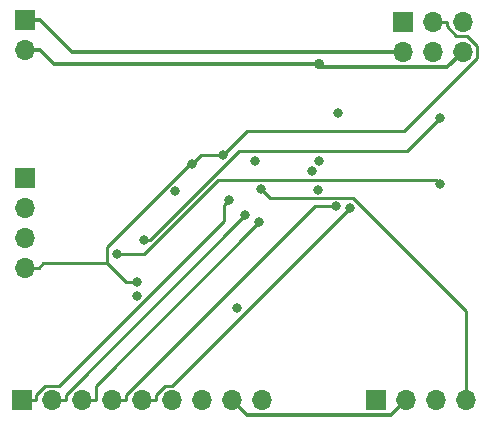
<source format=gbr>
%TF.GenerationSoftware,KiCad,Pcbnew,7.0.10*%
%TF.CreationDate,2024-02-27T03:30:34+03:00*%
%TF.ProjectId,Arduino_Datalogger,41726475-696e-46f5-9f44-6174616c6f67,1.0*%
%TF.SameCoordinates,Original*%
%TF.FileFunction,Copper,L3,Inr*%
%TF.FilePolarity,Positive*%
%FSLAX46Y46*%
G04 Gerber Fmt 4.6, Leading zero omitted, Abs format (unit mm)*
G04 Created by KiCad (PCBNEW 7.0.10) date 2024-02-27 03:30:34*
%MOMM*%
%LPD*%
G01*
G04 APERTURE LIST*
%TA.AperFunction,ComponentPad*%
%ADD10R,1.700000X1.700000*%
%TD*%
%TA.AperFunction,ComponentPad*%
%ADD11O,1.700000X1.700000*%
%TD*%
%TA.AperFunction,ViaPad*%
%ADD12C,0.900000*%
%TD*%
%TA.AperFunction,ViaPad*%
%ADD13C,0.800000*%
%TD*%
%TA.AperFunction,Conductor*%
%ADD14C,0.350000*%
%TD*%
%TA.AperFunction,Conductor*%
%ADD15C,0.250000*%
%TD*%
G04 APERTURE END LIST*
D10*
%TO.N,GND*%
%TO.C,J1*%
X135128000Y-85598000D03*
D11*
%TO.N,/Vcc*%
X135128000Y-88138000D03*
%TO.N,/SDA*%
X135128000Y-90678000D03*
%TO.N,/SCK*%
X135128000Y-93218000D03*
%TD*%
D10*
%TO.N,/D2*%
%TO.C,J4*%
X134874000Y-104394000D03*
D11*
%TO.N,/D3*%
X137414000Y-104394000D03*
%TO.N,/D4*%
X139954000Y-104394000D03*
%TO.N,/D5*%
X142494000Y-104394000D03*
%TO.N,/D6*%
X145034000Y-104394000D03*
%TO.N,/D7*%
X147574000Y-104394000D03*
%TO.N,/D8*%
X150114000Y-104394000D03*
%TO.N,/Vcc*%
X152654000Y-104394000D03*
%TO.N,GND*%
X155194000Y-104394000D03*
%TD*%
D10*
%TO.N,GND*%
%TO.C,J2*%
X164846000Y-104394000D03*
D11*
%TO.N,/Vcc*%
X167386000Y-104394000D03*
%TO.N,/Rx*%
X169926000Y-104394000D03*
%TO.N,/Tx*%
X172466000Y-104394000D03*
%TD*%
D10*
%TO.N,/MISO*%
%TO.C,J3*%
X167132000Y-72405000D03*
D11*
%TO.N,/Vcc*%
X167132000Y-74945000D03*
%TO.N,/SCK*%
X169672000Y-72405000D03*
%TO.N,/MOSI*%
X169672000Y-74945000D03*
%TO.N,/Reset*%
X172212000Y-72405000D03*
%TO.N,GND*%
X172212000Y-74945000D03*
%TD*%
D10*
%TO.N,/Vcc*%
%TO.C,BT1*%
X135128000Y-72248000D03*
D11*
%TO.N,GND*%
X135128000Y-74788000D03*
%TD*%
D12*
%TO.N,GND*%
X160060400Y-75981800D03*
D13*
%TO.N,/SCK*%
X149250200Y-84444400D03*
X144629300Y-94464800D03*
X151956000Y-83637600D03*
%TO.N,/SDA*%
X147845700Y-86751100D03*
X144619700Y-95631000D03*
%TO.N,/Rx*%
X159429000Y-85020000D03*
%TO.N,/Tx*%
X155101900Y-86529300D03*
%TO.N,/MISO*%
X161650000Y-80100900D03*
%TO.N,/Reset*%
X154651800Y-84220000D03*
X153115000Y-96670300D03*
%TO.N,/D2*%
X152414500Y-87515500D03*
%TO.N,/D3*%
X153781600Y-88776700D03*
%TO.N,/D4*%
X154985300Y-89350800D03*
%TO.N,/D5*%
X161515400Y-88030600D03*
%TO.N,/D6*%
X162634300Y-88128400D03*
%TO.N,/D7*%
X159978000Y-86601300D03*
%TO.N,/D8*%
X160045100Y-84220000D03*
%TO.N,Net-(U1-X1)*%
X142903000Y-92066400D03*
X170268000Y-86112200D03*
%TO.N,Net-(U1-X2)*%
X145218900Y-90869100D03*
X170252800Y-80585000D03*
%TD*%
D14*
%TO.N,/Vcc*%
X153929400Y-105669400D02*
X166110600Y-105669400D01*
X167132000Y-74945000D02*
X165856700Y-74945000D01*
X135128000Y-72248000D02*
X136403300Y-72248000D01*
X166110600Y-105669400D02*
X167386000Y-104394000D01*
X152654000Y-104394000D02*
X153929400Y-105669400D01*
X165856700Y-74945000D02*
X139100300Y-74945000D01*
X139100300Y-74945000D02*
X136403300Y-72248000D01*
%TO.N,GND*%
X160313500Y-76234900D02*
X170922100Y-76234900D01*
X135128000Y-74788000D02*
X136403300Y-74788000D01*
X137597100Y-75981800D02*
X160060400Y-75981800D01*
X136403300Y-74788000D02*
X137597100Y-75981800D01*
X160060400Y-75981800D02*
X160313500Y-76234900D01*
X170922100Y-76234900D02*
X172212000Y-74945000D01*
D15*
%TO.N,/SCK*%
X136675200Y-92846100D02*
X136303300Y-93218000D01*
X142095800Y-91475300D02*
X142095800Y-92846100D01*
X153937000Y-81656600D02*
X151956000Y-83637600D01*
X173444500Y-74433600D02*
X173444500Y-75467600D01*
X142095800Y-92846100D02*
X143714500Y-94464800D01*
X150057000Y-83637600D02*
X149250200Y-84444400D01*
X143714500Y-94464800D02*
X144629300Y-94464800D01*
X170847300Y-72772400D02*
X171655200Y-73580300D01*
X149126700Y-84444400D02*
X142095800Y-91475300D01*
X167255500Y-81656600D02*
X153937000Y-81656600D01*
X151956000Y-83637600D02*
X150057000Y-83637600D01*
X171655200Y-73580300D02*
X172591200Y-73580300D01*
X169672000Y-72405000D02*
X170847300Y-72405000D01*
X142095800Y-92846100D02*
X136675200Y-92846100D01*
X135128000Y-93218000D02*
X136303300Y-93218000D01*
X149250200Y-84444400D02*
X149126700Y-84444400D01*
X170847300Y-72405000D02*
X170847300Y-72772400D01*
X172591200Y-73580300D02*
X173444500Y-74433600D01*
X173444500Y-75467600D02*
X167255500Y-81656600D01*
%TO.N,/Tx*%
X162891400Y-87305300D02*
X161215000Y-87305300D01*
X161215000Y-87305300D02*
X161181700Y-87338600D01*
X172466000Y-96879900D02*
X162891400Y-87305300D01*
X155911200Y-87338600D02*
X155101900Y-86529300D01*
X161181700Y-87338600D02*
X155911200Y-87338600D01*
X172466000Y-104394000D02*
X172466000Y-96879900D01*
%TO.N,/D2*%
X136049300Y-104026600D02*
X136857200Y-103218700D01*
X152007400Y-87922600D02*
X152414500Y-87515500D01*
X136049300Y-104394000D02*
X136049300Y-104026600D01*
X134874000Y-104394000D02*
X136049300Y-104394000D01*
X152007300Y-87922600D02*
X152007400Y-87922600D01*
X138072300Y-103218700D02*
X152007300Y-89283700D01*
X136857200Y-103218700D02*
X138072300Y-103218700D01*
X152007300Y-89283700D02*
X152007300Y-87922600D01*
%TO.N,/D3*%
X137414000Y-104394000D02*
X138589300Y-104394000D01*
X138589300Y-103969000D02*
X153781600Y-88776700D01*
X138589300Y-104394000D02*
X138589300Y-103969000D01*
%TO.N,/D4*%
X141129300Y-104394000D02*
X141129300Y-103206800D01*
X139954000Y-104394000D02*
X141129300Y-104394000D01*
X141129300Y-103206800D02*
X154985300Y-89350800D01*
%TO.N,/D5*%
X142494000Y-104394000D02*
X143669300Y-104394000D01*
X143669300Y-104394000D02*
X143669300Y-104026700D01*
X159665400Y-88030600D02*
X161515400Y-88030600D01*
X143669300Y-104026700D02*
X159665400Y-88030600D01*
%TO.N,/D6*%
X162634300Y-88203600D02*
X162634300Y-88128400D01*
X146209300Y-104026600D02*
X147017200Y-103218700D01*
X146209300Y-104394000D02*
X146209300Y-104026600D01*
X147017200Y-103218700D02*
X147619200Y-103218700D01*
X147619200Y-103218700D02*
X162634300Y-88203600D01*
X145034000Y-104394000D02*
X146209300Y-104394000D01*
%TO.N,Net-(U1-X1)*%
X142903000Y-92066400D02*
X145189900Y-92066400D01*
X151453600Y-85802700D02*
X169958500Y-85802700D01*
X145189900Y-92066400D02*
X151453600Y-85802700D01*
X169958500Y-85802700D02*
X170268000Y-86112200D01*
%TO.N,Net-(U1-X2)*%
X153312200Y-83307200D02*
X167530600Y-83307200D01*
X145750300Y-90869100D02*
X153312200Y-83307200D01*
X145218900Y-90869100D02*
X145750300Y-90869100D01*
X167530600Y-83307200D02*
X170252800Y-80585000D01*
%TD*%
M02*

</source>
